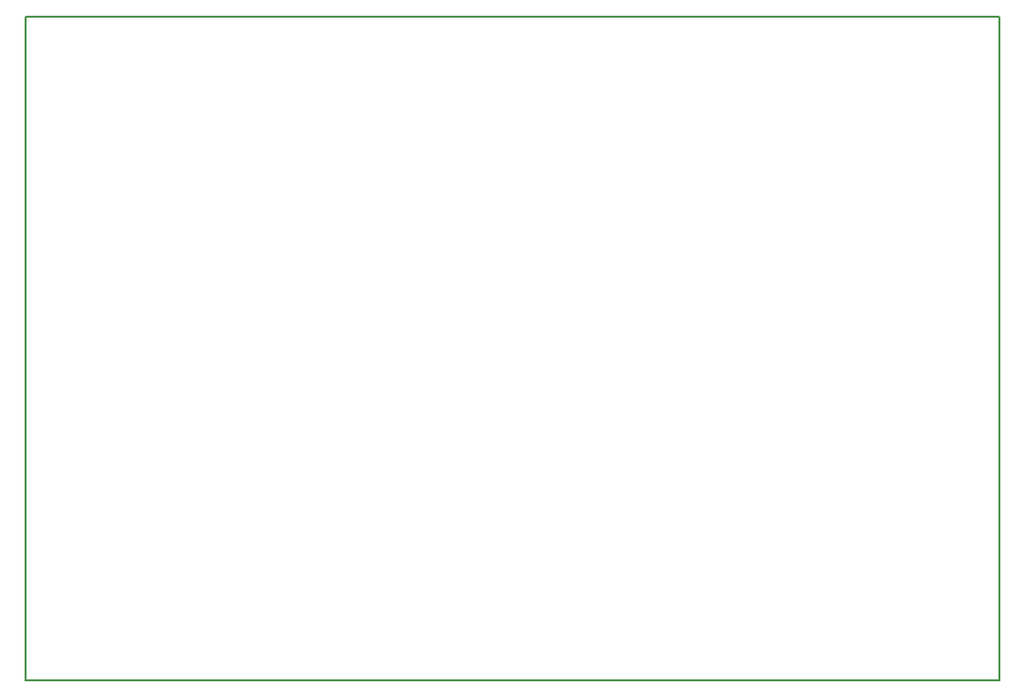
<source format=gbr>
G04 #@! TF.FileFunction,Profile,NP*
%FSLAX46Y46*%
G04 Gerber Fmt 4.6, Leading zero omitted, Abs format (unit mm)*
G04 Created by KiCad (PCBNEW 4.0.6) date Sat Jun 24 19:56:57 2017*
%MOMM*%
%LPD*%
G01*
G04 APERTURE LIST*
%ADD10C,0.100000*%
%ADD11C,0.150000*%
G04 APERTURE END LIST*
D10*
D11*
X100330000Y-133350000D02*
X100330000Y-76200000D01*
X184150000Y-133350000D02*
X100330000Y-133350000D01*
X184150000Y-76200000D02*
X184150000Y-133350000D01*
X100330000Y-76200000D02*
X184150000Y-76200000D01*
M02*

</source>
